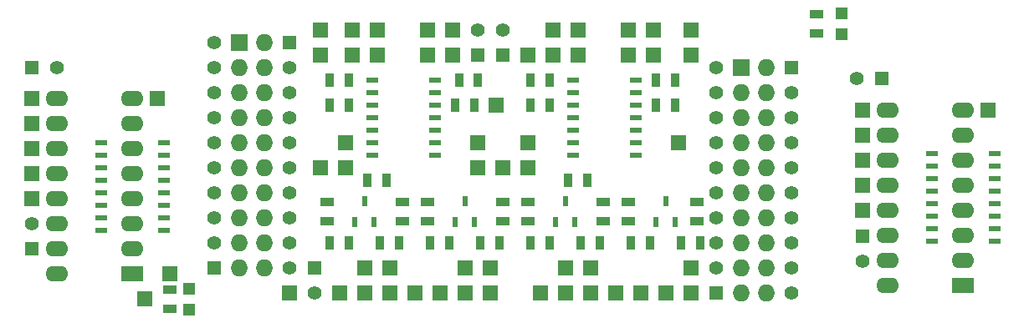
<source format=gts>
G04 (created by PCBNEW (2013-07-07 BZR 4022)-stable) date 02/09/2014 18:49:16*
%MOIN*%
G04 Gerber Fmt 3.4, Leading zero omitted, Abs format*
%FSLAX34Y34*%
G01*
G70*
G90*
G04 APERTURE LIST*
%ADD10C,0.00393701*%
%ADD11R,0.068X0.068*%
%ADD12O,0.068X0.068*%
%ADD13R,0.055X0.055*%
%ADD14C,0.055*%
%ADD15R,0.0472X0.0472*%
%ADD16R,0.055X0.035*%
%ADD17R,0.035X0.055*%
%ADD18R,0.0236X0.0394*%
%ADD19R,0.045X0.02*%
%ADD20R,0.06X0.06*%
%ADD21R,0.09X0.062*%
%ADD22O,0.09X0.062*%
G04 APERTURE END LIST*
G54D10*
G54D11*
X49000Y-24500D03*
G54D12*
X50000Y-24500D03*
X49000Y-25500D03*
X50000Y-25500D03*
X49000Y-26500D03*
X50000Y-26500D03*
X49000Y-27500D03*
X50000Y-27500D03*
X49000Y-28500D03*
X50000Y-28500D03*
X49000Y-29500D03*
X50000Y-29500D03*
X49000Y-30500D03*
X50000Y-30500D03*
X49000Y-31500D03*
X50000Y-31500D03*
X49000Y-32500D03*
X50000Y-32500D03*
X49000Y-33500D03*
X50000Y-33500D03*
G54D11*
X69000Y-25500D03*
G54D12*
X70000Y-25500D03*
X69000Y-26500D03*
X70000Y-26500D03*
X69000Y-27500D03*
X70000Y-27500D03*
X69000Y-28500D03*
X70000Y-28500D03*
X69000Y-29500D03*
X70000Y-29500D03*
X69000Y-30500D03*
X70000Y-30500D03*
X69000Y-31500D03*
X70000Y-31500D03*
X69000Y-32500D03*
X70000Y-32500D03*
X69000Y-33500D03*
X70000Y-33500D03*
X69000Y-34500D03*
X70000Y-34500D03*
G54D13*
X51000Y-24500D03*
G54D14*
X51000Y-25500D03*
X51000Y-26500D03*
X51000Y-27500D03*
X51000Y-28500D03*
X51000Y-29500D03*
X51000Y-30500D03*
X51000Y-31500D03*
X51000Y-32500D03*
X51000Y-33500D03*
G54D13*
X48000Y-33500D03*
G54D14*
X48000Y-32500D03*
X48000Y-31500D03*
X48000Y-30500D03*
X48000Y-29500D03*
X48000Y-28500D03*
X48000Y-27500D03*
X48000Y-26500D03*
X48000Y-25500D03*
X48000Y-24500D03*
G54D13*
X71000Y-25500D03*
G54D14*
X71000Y-26500D03*
X71000Y-27500D03*
X71000Y-28500D03*
X71000Y-29500D03*
X71000Y-30500D03*
X71000Y-31500D03*
X71000Y-32500D03*
X71000Y-33500D03*
X71000Y-34500D03*
G54D13*
X68000Y-34500D03*
G54D14*
X68000Y-33500D03*
X68000Y-32500D03*
X68000Y-31500D03*
X68000Y-30500D03*
X68000Y-29500D03*
X68000Y-28500D03*
X68000Y-27500D03*
X68000Y-26500D03*
X68000Y-25500D03*
G54D13*
X58500Y-25000D03*
G54D14*
X58500Y-24000D03*
G54D15*
X73000Y-24163D03*
X73000Y-23337D03*
X47000Y-35163D03*
X47000Y-34337D03*
G54D13*
X52000Y-33500D03*
G54D14*
X52000Y-34500D03*
G54D13*
X59500Y-25000D03*
G54D14*
X59500Y-24000D03*
G54D16*
X72000Y-24125D03*
X72000Y-23375D03*
X46250Y-35125D03*
X46250Y-34375D03*
G54D17*
X54125Y-30000D03*
X54875Y-30000D03*
X62125Y-30000D03*
X62875Y-30000D03*
X66625Y-32500D03*
X67375Y-32500D03*
X62625Y-32500D03*
X63375Y-32500D03*
X58625Y-32500D03*
X59375Y-32500D03*
X54625Y-32500D03*
X55375Y-32500D03*
G54D18*
X65625Y-31666D03*
X66000Y-30834D03*
X66375Y-31666D03*
X61625Y-31666D03*
X62000Y-30834D03*
X62375Y-31666D03*
X57625Y-31666D03*
X58000Y-30834D03*
X58375Y-31666D03*
X53625Y-31666D03*
X54000Y-30834D03*
X54375Y-31666D03*
G54D17*
X66375Y-27000D03*
X65625Y-27000D03*
X66375Y-26000D03*
X65625Y-26000D03*
X58375Y-27000D03*
X57625Y-27000D03*
X58525Y-26000D03*
X57775Y-26000D03*
X61375Y-27000D03*
X60625Y-27000D03*
X61375Y-26000D03*
X60625Y-26000D03*
X53375Y-27000D03*
X52625Y-27000D03*
X53375Y-26000D03*
X52625Y-26000D03*
G54D16*
X67250Y-31625D03*
X67250Y-30875D03*
X63500Y-31625D03*
X63500Y-30875D03*
X59500Y-31625D03*
X59500Y-30875D03*
X55500Y-31625D03*
X55500Y-30875D03*
X64500Y-30875D03*
X64500Y-31625D03*
X60500Y-30875D03*
X60500Y-31625D03*
X56500Y-30875D03*
X56500Y-31625D03*
X52500Y-30875D03*
X52500Y-31625D03*
G54D17*
X65375Y-32500D03*
X64625Y-32500D03*
X61375Y-32500D03*
X60625Y-32500D03*
X57375Y-32500D03*
X56625Y-32500D03*
X53375Y-32500D03*
X52625Y-32500D03*
G54D19*
X64800Y-29000D03*
X64800Y-28500D03*
X64800Y-28000D03*
X64800Y-27500D03*
X64800Y-27000D03*
X64800Y-26500D03*
X64800Y-26000D03*
X62300Y-26000D03*
X62300Y-26500D03*
X62300Y-27500D03*
X62300Y-28000D03*
X62300Y-28500D03*
X62300Y-29000D03*
X62300Y-27000D03*
X56800Y-29000D03*
X56800Y-28500D03*
X56800Y-28000D03*
X56800Y-27500D03*
X56800Y-27000D03*
X56800Y-26500D03*
X56800Y-26000D03*
X54300Y-26000D03*
X54300Y-26500D03*
X54300Y-27500D03*
X54300Y-28000D03*
X54300Y-28500D03*
X54300Y-29000D03*
X54300Y-27000D03*
G54D20*
X46250Y-33750D03*
X73850Y-31200D03*
X78850Y-27200D03*
X73850Y-27200D03*
X73850Y-30200D03*
X73850Y-28200D03*
X73850Y-29200D03*
X40750Y-28750D03*
X40750Y-30750D03*
X45750Y-26750D03*
X40750Y-26750D03*
X40750Y-29750D03*
X40750Y-27750D03*
X52250Y-24000D03*
X60500Y-25000D03*
X64500Y-24000D03*
X64500Y-25000D03*
X62500Y-25000D03*
X62500Y-24000D03*
X56500Y-24000D03*
X56500Y-25000D03*
X60500Y-28500D03*
X66500Y-28500D03*
X53250Y-28500D03*
X52250Y-25000D03*
X61500Y-24000D03*
X61500Y-25000D03*
X65500Y-24000D03*
X65500Y-25000D03*
X53500Y-24000D03*
X53500Y-25000D03*
X67000Y-33500D03*
X63000Y-33500D03*
X62000Y-33500D03*
X58000Y-33500D03*
X59000Y-33500D03*
X55000Y-33500D03*
X54000Y-33500D03*
X67000Y-34500D03*
X66000Y-34500D03*
X63000Y-34500D03*
X62000Y-34500D03*
X59000Y-34500D03*
X58000Y-34500D03*
X54000Y-34500D03*
X55000Y-34500D03*
X64000Y-34500D03*
X51000Y-34500D03*
X65000Y-34500D03*
X61000Y-34500D03*
X60500Y-29500D03*
X53000Y-34500D03*
X57000Y-34500D03*
X67000Y-24000D03*
X58500Y-29500D03*
X53250Y-29500D03*
X54500Y-25000D03*
X54500Y-24000D03*
X58500Y-28500D03*
X57500Y-24000D03*
X57500Y-25000D03*
X59250Y-27000D03*
X67000Y-25000D03*
X56000Y-34500D03*
X59500Y-29500D03*
X52250Y-29500D03*
G54D13*
X40750Y-32750D03*
G54D14*
X40750Y-31750D03*
G54D13*
X74600Y-25950D03*
G54D14*
X73600Y-25950D03*
G54D13*
X73850Y-32250D03*
G54D14*
X73850Y-33250D03*
G54D13*
X40750Y-25500D03*
G54D14*
X41750Y-25500D03*
G54D21*
X77850Y-34200D03*
G54D22*
X77850Y-33200D03*
X77850Y-32200D03*
X77850Y-31200D03*
X77850Y-30200D03*
X77850Y-29200D03*
X77850Y-28200D03*
X77850Y-27200D03*
X74850Y-27200D03*
X74850Y-28200D03*
X74850Y-29200D03*
X74850Y-30200D03*
X74850Y-31200D03*
X74850Y-32200D03*
X74850Y-33200D03*
X74850Y-34200D03*
G54D21*
X44750Y-33750D03*
G54D22*
X44750Y-32750D03*
X44750Y-31750D03*
X44750Y-30750D03*
X44750Y-29750D03*
X44750Y-28750D03*
X44750Y-27750D03*
X44750Y-26750D03*
X41750Y-26750D03*
X41750Y-27750D03*
X41750Y-28750D03*
X41750Y-29750D03*
X41750Y-30750D03*
X41750Y-31750D03*
X41750Y-32750D03*
X41750Y-33750D03*
G54D19*
X43500Y-32000D03*
X43500Y-31000D03*
X43500Y-30500D03*
X43500Y-30000D03*
X43500Y-29500D03*
X43500Y-29000D03*
X43500Y-28500D03*
X46000Y-28500D03*
X46000Y-29000D03*
X46000Y-29500D03*
X46000Y-30000D03*
X46000Y-30500D03*
X46000Y-31000D03*
X46000Y-31500D03*
X46000Y-32000D03*
X43500Y-31500D03*
X76600Y-32450D03*
X76600Y-31450D03*
X76600Y-30950D03*
X76600Y-30450D03*
X76600Y-29950D03*
X76600Y-29450D03*
X76600Y-28950D03*
X79100Y-28950D03*
X79100Y-29450D03*
X79100Y-29950D03*
X79100Y-30450D03*
X79100Y-30950D03*
X79100Y-31450D03*
X79100Y-31950D03*
X79100Y-32450D03*
X76600Y-31950D03*
G54D20*
X45250Y-34750D03*
M02*

</source>
